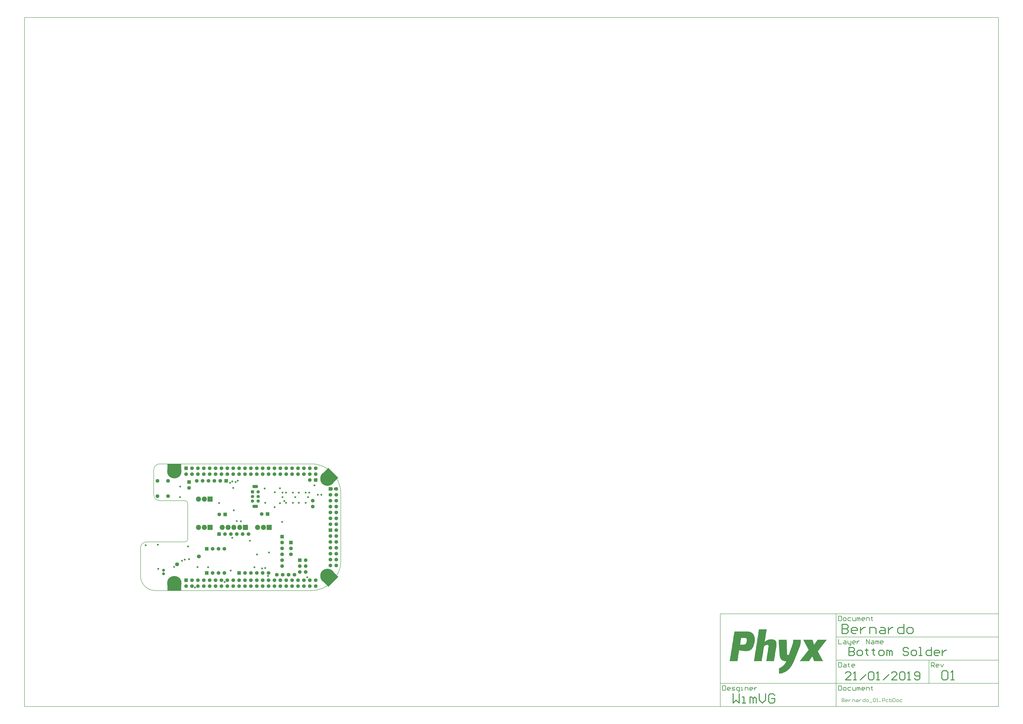
<source format=gbs>
G04*
G04 #@! TF.GenerationSoftware,Altium Limited,Altium Designer,18.1.9 (240)*
G04*
G04 Layer_Color=16711935*
%FSLAX25Y25*%
%MOIN*%
G70*
G01*
G75*
%ADD11C,0.00984*%
%ADD12C,0.00787*%
%ADD13C,0.00591*%
%ADD15C,0.01575*%
G04:AMPARAMS|DCode=27|XSize=236.22mil|YSize=141.42mil|CornerRadius=0mil|HoleSize=0mil|Usage=FLASHONLY|Rotation=315.000|XOffset=0mil|YOffset=0mil|HoleType=Round|Shape=Rectangle|*
%AMROTATEDRECTD27*
4,1,4,-0.13352,0.03352,-0.03352,0.13352,0.13352,-0.03352,0.03352,-0.13352,-0.13352,0.03352,0.0*
%
%ADD27ROTATEDRECTD27*%

G04:AMPARAMS|DCode=28|XSize=236.22mil|YSize=141.42mil|CornerRadius=0mil|HoleSize=0mil|Usage=FLASHONLY|Rotation=225.000|XOffset=0mil|YOffset=0mil|HoleType=Round|Shape=Rectangle|*
%AMROTATEDRECTD28*
4,1,4,0.03352,0.13352,0.13352,0.03352,-0.03352,-0.13352,-0.13352,-0.03352,0.03352,0.13352,0.0*
%
%ADD28ROTATEDRECTD28*%

%ADD29R,0.23622X0.12500*%
%ADD32R,0.04724X0.04331*%
%ADD40C,0.06394*%
%ADD41C,0.08661*%
%ADD42R,0.08661X0.08661*%
%ADD43R,0.06299X0.06299*%
%ADD44C,0.06299*%
%ADD45R,0.06299X0.06299*%
%ADD46O,0.08268X0.08661*%
%ADD47C,0.06693*%
%ADD48C,0.05118*%
%ADD49C,0.24410*%
G04:AMPARAMS|DCode=50|XSize=90.55mil|YSize=51.18mil|CornerRadius=13.78mil|HoleSize=0mil|Usage=FLASHONLY|Rotation=0.000|XOffset=0mil|YOffset=0mil|HoleType=Round|Shape=RoundedRectangle|*
%AMROUNDEDRECTD50*
21,1,0.09055,0.02362,0,0,0.0*
21,1,0.06299,0.05118,0,0,0.0*
1,1,0.02756,0.03150,-0.01181*
1,1,0.02756,-0.03150,-0.01181*
1,1,0.02756,-0.03150,0.01181*
1,1,0.02756,0.03150,0.01181*
%
%ADD50ROUNDEDRECTD50*%
%ADD51C,0.05512*%
G04:AMPARAMS|DCode=52|XSize=55.12mil|YSize=55.12mil|CornerRadius=14.76mil|HoleSize=0mil|Usage=FLASHONLY|Rotation=270.000|XOffset=0mil|YOffset=0mil|HoleType=Round|Shape=RoundedRectangle|*
%AMROUNDEDRECTD52*
21,1,0.05512,0.02559,0,0,270.0*
21,1,0.02559,0.05512,0,0,270.0*
1,1,0.02953,-0.01280,-0.01280*
1,1,0.02953,-0.01280,0.01280*
1,1,0.02953,0.01280,0.01280*
1,1,0.02953,0.01280,-0.01280*
%
%ADD52ROUNDEDRECTD52*%
%ADD67C,0.03150*%
G36*
X1032036Y-69688D02*
X1033754D01*
Y-69974D01*
X1034613D01*
Y-70260D01*
X1035472D01*
Y-70547D01*
X1036331D01*
Y-70833D01*
X1036904D01*
Y-71119D01*
X1037190D01*
Y-71406D01*
X1037763D01*
Y-71692D01*
X1038049D01*
Y-71978D01*
X1038622D01*
Y-72264D01*
X1038908D01*
Y-72551D01*
X1039194D01*
Y-72837D01*
X1039480D01*
Y-73123D01*
X1039767D01*
Y-73410D01*
X1040053D01*
Y-73696D01*
X1040339D01*
Y-73982D01*
Y-74269D01*
X1040626D01*
Y-74555D01*
X1040912D01*
Y-74841D01*
Y-75128D01*
X1041198D01*
Y-75414D01*
X1041485D01*
Y-75700D01*
Y-75987D01*
X1041771D01*
Y-76273D01*
Y-76559D01*
Y-76846D01*
X1042057D01*
Y-77132D01*
Y-77418D01*
Y-77704D01*
X1042344D01*
Y-77991D01*
Y-78277D01*
Y-78563D01*
Y-78850D01*
X1042630D01*
Y-79136D01*
Y-79422D01*
Y-79709D01*
Y-79995D01*
Y-80281D01*
X1042916D01*
Y-80568D01*
Y-80854D01*
Y-81140D01*
Y-81427D01*
Y-81713D01*
Y-81999D01*
Y-82285D01*
Y-82572D01*
Y-82858D01*
Y-83144D01*
Y-83431D01*
Y-83717D01*
Y-84003D01*
Y-84290D01*
Y-84576D01*
Y-84862D01*
Y-85149D01*
Y-85435D01*
Y-85721D01*
Y-86007D01*
X1042630D01*
Y-86294D01*
Y-86580D01*
Y-86866D01*
Y-87153D01*
Y-87439D01*
Y-87725D01*
Y-88012D01*
X1042344D01*
Y-88298D01*
Y-88584D01*
Y-88871D01*
Y-89157D01*
Y-89443D01*
X1042057D01*
Y-89730D01*
Y-90016D01*
Y-90302D01*
Y-90588D01*
Y-90875D01*
X1041771D01*
Y-91161D01*
Y-91448D01*
Y-91734D01*
X1041485D01*
Y-92020D01*
Y-92306D01*
Y-92593D01*
Y-92879D01*
X1041198D01*
Y-93165D01*
Y-93452D01*
Y-93738D01*
X1040912D01*
Y-94024D01*
Y-94311D01*
X1040626D01*
Y-94597D01*
Y-94883D01*
Y-95170D01*
X1040339D01*
Y-95456D01*
Y-95742D01*
X1040053D01*
Y-96029D01*
Y-96315D01*
X1039767D01*
Y-96601D01*
Y-96887D01*
X1039480D01*
Y-97174D01*
X1039194D01*
Y-97460D01*
Y-97746D01*
X1038908D01*
Y-98033D01*
X1038622D01*
Y-98319D01*
X1038335D01*
Y-98605D01*
Y-98892D01*
X1038049D01*
Y-99178D01*
X1037763D01*
Y-99464D01*
X1037476D01*
Y-99751D01*
X1037190D01*
Y-100037D01*
X1036904D01*
Y-100323D01*
X1036331D01*
Y-100610D01*
X1036045D01*
Y-100896D01*
X1035472D01*
Y-101182D01*
X1035186D01*
Y-101468D01*
X1034613D01*
Y-101755D01*
X1033754D01*
Y-102041D01*
X1032895D01*
Y-102327D01*
X1032036D01*
Y-102614D01*
X1030318D01*
Y-102900D01*
X1025165D01*
Y-102614D01*
X1022588D01*
Y-102327D01*
X1020584D01*
Y-102041D01*
X1019152D01*
Y-101755D01*
X1017721D01*
Y-101468D01*
X1016289D01*
Y-101755D01*
Y-102041D01*
Y-102327D01*
Y-102614D01*
Y-102900D01*
Y-103186D01*
Y-103473D01*
X1016003D01*
Y-103759D01*
Y-104045D01*
Y-104332D01*
Y-104618D01*
Y-104904D01*
Y-105191D01*
X1015716D01*
Y-105477D01*
Y-105763D01*
Y-106049D01*
Y-106336D01*
Y-106622D01*
Y-106908D01*
X1015430D01*
Y-107195D01*
Y-107481D01*
Y-107767D01*
Y-108054D01*
Y-108340D01*
Y-108626D01*
Y-108913D01*
X1015144D01*
Y-109199D01*
Y-109485D01*
Y-109772D01*
Y-110058D01*
Y-110344D01*
Y-110630D01*
X1014857D01*
Y-110917D01*
Y-111203D01*
Y-111489D01*
Y-111776D01*
Y-112062D01*
Y-112348D01*
X1014571D01*
Y-112635D01*
Y-112921D01*
Y-113207D01*
Y-113494D01*
Y-113780D01*
Y-114066D01*
Y-114353D01*
X1014285D01*
Y-114639D01*
Y-114925D01*
Y-115211D01*
Y-115498D01*
Y-115784D01*
Y-116070D01*
X1013999D01*
Y-116357D01*
Y-116643D01*
Y-116929D01*
Y-117216D01*
Y-117502D01*
Y-117788D01*
X1013712D01*
Y-118075D01*
Y-118361D01*
Y-118647D01*
Y-118933D01*
Y-119220D01*
Y-119506D01*
Y-119792D01*
X1000256D01*
Y-119506D01*
X1000542D01*
Y-119220D01*
Y-118933D01*
Y-118647D01*
Y-118361D01*
Y-118075D01*
X1000828D01*
Y-117788D01*
Y-117502D01*
Y-117216D01*
Y-116929D01*
Y-116643D01*
Y-116357D01*
Y-116070D01*
X1001114D01*
Y-115784D01*
Y-115498D01*
Y-115211D01*
Y-114925D01*
Y-114639D01*
Y-114353D01*
X1001401D01*
Y-114066D01*
Y-113780D01*
Y-113494D01*
Y-113207D01*
Y-112921D01*
Y-112635D01*
X1001687D01*
Y-112348D01*
Y-112062D01*
Y-111776D01*
Y-111489D01*
Y-111203D01*
Y-110917D01*
Y-110630D01*
X1001974D01*
Y-110344D01*
Y-110058D01*
Y-109772D01*
Y-109485D01*
Y-109199D01*
Y-108913D01*
X1002260D01*
Y-108626D01*
Y-108340D01*
Y-108054D01*
Y-107767D01*
Y-107481D01*
Y-107195D01*
X1002546D01*
Y-106908D01*
Y-106622D01*
Y-106336D01*
Y-106049D01*
Y-105763D01*
Y-105477D01*
X1002832D01*
Y-105191D01*
Y-104904D01*
Y-104618D01*
Y-104332D01*
Y-104045D01*
Y-103759D01*
Y-103473D01*
X1003119D01*
Y-103186D01*
Y-102900D01*
Y-102614D01*
Y-102327D01*
Y-102041D01*
Y-101755D01*
X1003405D01*
Y-101468D01*
Y-101182D01*
Y-100896D01*
Y-100610D01*
Y-100323D01*
Y-100037D01*
X1003691D01*
Y-99751D01*
Y-99464D01*
Y-99178D01*
Y-98892D01*
Y-98605D01*
Y-98319D01*
X1003978D01*
Y-98033D01*
Y-97746D01*
Y-97460D01*
Y-97174D01*
Y-96887D01*
Y-96601D01*
Y-96315D01*
X1004264D01*
Y-96029D01*
Y-95742D01*
Y-95456D01*
Y-95170D01*
Y-94883D01*
Y-94597D01*
X1004550D01*
Y-94311D01*
Y-94024D01*
Y-93738D01*
Y-93452D01*
Y-93165D01*
Y-92879D01*
X1004837D01*
Y-92593D01*
Y-92306D01*
Y-92020D01*
Y-91734D01*
Y-91448D01*
Y-91161D01*
Y-90875D01*
X1005123D01*
Y-90588D01*
Y-90302D01*
Y-90016D01*
Y-89730D01*
Y-89443D01*
Y-89157D01*
X1005409D01*
Y-88871D01*
Y-88584D01*
Y-88298D01*
Y-88012D01*
Y-87725D01*
Y-87439D01*
X1005696D01*
Y-87153D01*
Y-86866D01*
Y-86580D01*
Y-86294D01*
Y-86007D01*
Y-85721D01*
X1005982D01*
Y-85435D01*
Y-85149D01*
Y-84862D01*
Y-84576D01*
Y-84290D01*
Y-84003D01*
Y-83717D01*
X1006268D01*
Y-83431D01*
Y-83144D01*
Y-82858D01*
Y-82572D01*
Y-82285D01*
Y-81999D01*
X1006555D01*
Y-81713D01*
Y-81427D01*
Y-81140D01*
Y-80854D01*
Y-80568D01*
Y-80281D01*
X1006841D01*
Y-79995D01*
Y-79709D01*
Y-79422D01*
Y-79136D01*
Y-78850D01*
Y-78563D01*
Y-78277D01*
X1007127D01*
Y-77991D01*
Y-77704D01*
Y-77418D01*
Y-77132D01*
Y-76846D01*
Y-76559D01*
X1007413D01*
Y-76273D01*
Y-75987D01*
Y-75700D01*
Y-75414D01*
Y-75128D01*
Y-74841D01*
X1007700D01*
Y-74555D01*
Y-74269D01*
Y-73982D01*
Y-73696D01*
Y-73410D01*
Y-73123D01*
Y-72837D01*
X1007986D01*
Y-72551D01*
Y-72264D01*
Y-71978D01*
Y-71692D01*
Y-71406D01*
Y-71119D01*
X1008272D01*
Y-70833D01*
Y-70547D01*
Y-70260D01*
Y-69974D01*
Y-69688D01*
Y-69401D01*
X1032036D01*
Y-69688D01*
D02*
G37*
G36*
X1063244Y-66252D02*
Y-66538D01*
X1062958D01*
Y-66825D01*
Y-67111D01*
Y-67397D01*
Y-67684D01*
Y-67970D01*
Y-68256D01*
X1062672D01*
Y-68542D01*
Y-68829D01*
Y-69115D01*
Y-69401D01*
Y-69688D01*
Y-69974D01*
X1062385D01*
Y-70260D01*
Y-70547D01*
Y-70833D01*
Y-71119D01*
Y-71406D01*
Y-71692D01*
Y-71978D01*
X1062099D01*
Y-72264D01*
Y-72551D01*
Y-72837D01*
Y-73123D01*
Y-73410D01*
Y-73696D01*
X1061813D01*
Y-73982D01*
Y-74269D01*
Y-74555D01*
Y-74841D01*
Y-75128D01*
Y-75414D01*
X1061526D01*
Y-75700D01*
Y-75987D01*
Y-76273D01*
Y-76559D01*
Y-76846D01*
Y-77132D01*
Y-77418D01*
X1061240D01*
Y-77704D01*
Y-77991D01*
Y-78277D01*
Y-78563D01*
Y-78850D01*
Y-79136D01*
X1060954D01*
Y-79422D01*
Y-79709D01*
Y-79995D01*
Y-80281D01*
Y-80568D01*
Y-80854D01*
X1060668D01*
Y-81140D01*
Y-81427D01*
Y-81713D01*
Y-81999D01*
Y-82285D01*
Y-82572D01*
X1060381D01*
Y-82858D01*
Y-83144D01*
Y-83431D01*
Y-83717D01*
Y-84003D01*
Y-84290D01*
Y-84576D01*
X1060095D01*
Y-84862D01*
Y-85149D01*
Y-85435D01*
Y-85721D01*
Y-86007D01*
Y-86294D01*
X1059809D01*
Y-86580D01*
Y-86866D01*
X1060381D01*
Y-86580D01*
X1060668D01*
Y-86294D01*
X1060954D01*
Y-86007D01*
X1061526D01*
Y-85721D01*
X1061813D01*
Y-85435D01*
X1062099D01*
Y-85149D01*
X1062672D01*
Y-84862D01*
X1063244D01*
Y-84576D01*
X1063531D01*
Y-84290D01*
X1064103D01*
Y-84003D01*
X1064962D01*
Y-83717D01*
X1065535D01*
Y-83431D01*
X1066394D01*
Y-83144D01*
X1067825D01*
Y-82858D01*
X1074124D01*
Y-83144D01*
X1075270D01*
Y-83431D01*
X1076128D01*
Y-83717D01*
X1076701D01*
Y-84003D01*
X1076987D01*
Y-84290D01*
X1077560D01*
Y-84576D01*
X1077846D01*
Y-84862D01*
X1078133D01*
Y-85149D01*
X1078419D01*
Y-85435D01*
X1078705D01*
Y-85721D01*
Y-86007D01*
X1078992D01*
Y-86294D01*
Y-86580D01*
X1079278D01*
Y-86866D01*
Y-87153D01*
Y-87439D01*
X1079564D01*
Y-87725D01*
Y-88012D01*
Y-88298D01*
Y-88584D01*
X1079850D01*
Y-88871D01*
Y-89157D01*
Y-89443D01*
Y-89730D01*
Y-90016D01*
Y-90302D01*
Y-90588D01*
Y-90875D01*
Y-91161D01*
Y-91448D01*
Y-91734D01*
Y-92020D01*
Y-92306D01*
Y-92593D01*
Y-92879D01*
Y-93165D01*
Y-93452D01*
Y-93738D01*
X1079564D01*
Y-94024D01*
Y-94311D01*
Y-94597D01*
Y-94883D01*
Y-95170D01*
Y-95456D01*
Y-95742D01*
X1079278D01*
Y-96029D01*
Y-96315D01*
Y-96601D01*
Y-96887D01*
Y-97174D01*
Y-97460D01*
Y-97746D01*
X1078992D01*
Y-98033D01*
Y-98319D01*
Y-98605D01*
Y-98892D01*
Y-99178D01*
Y-99464D01*
X1078705D01*
Y-99751D01*
Y-100037D01*
Y-100323D01*
Y-100610D01*
Y-100896D01*
Y-101182D01*
X1078419D01*
Y-101468D01*
Y-101755D01*
Y-102041D01*
Y-102327D01*
Y-102614D01*
Y-102900D01*
X1078133D01*
Y-103186D01*
Y-103473D01*
Y-103759D01*
Y-104045D01*
Y-104332D01*
Y-104618D01*
Y-104904D01*
X1077846D01*
Y-105191D01*
Y-105477D01*
Y-105763D01*
Y-106049D01*
Y-106336D01*
Y-106622D01*
X1077560D01*
Y-106908D01*
Y-107195D01*
Y-107481D01*
Y-107767D01*
Y-108054D01*
Y-108340D01*
X1077274D01*
Y-108626D01*
Y-108913D01*
Y-109199D01*
Y-109485D01*
Y-109772D01*
Y-110058D01*
Y-110344D01*
X1076987D01*
Y-110630D01*
Y-110917D01*
Y-111203D01*
Y-111489D01*
Y-111776D01*
Y-112062D01*
X1076701D01*
Y-112348D01*
Y-112635D01*
Y-112921D01*
Y-113207D01*
Y-113494D01*
Y-113780D01*
X1076415D01*
Y-114066D01*
Y-114353D01*
Y-114639D01*
Y-114925D01*
Y-115211D01*
Y-115498D01*
X1076128D01*
Y-115784D01*
Y-116070D01*
Y-116357D01*
Y-116643D01*
Y-116929D01*
Y-117216D01*
Y-117502D01*
X1075842D01*
Y-117788D01*
Y-118075D01*
Y-118361D01*
Y-118647D01*
Y-118933D01*
Y-119220D01*
X1075556D01*
Y-119506D01*
Y-119792D01*
X1062385D01*
Y-119506D01*
Y-119220D01*
X1062672D01*
Y-118933D01*
Y-118647D01*
Y-118361D01*
Y-118075D01*
Y-117788D01*
Y-117502D01*
X1062958D01*
Y-117216D01*
Y-116929D01*
Y-116643D01*
Y-116357D01*
Y-116070D01*
Y-115784D01*
Y-115498D01*
X1063244D01*
Y-115211D01*
Y-114925D01*
Y-114639D01*
Y-114353D01*
Y-114066D01*
Y-113780D01*
X1063531D01*
Y-113494D01*
Y-113207D01*
Y-112921D01*
Y-112635D01*
Y-112348D01*
Y-112062D01*
X1063817D01*
Y-111776D01*
Y-111489D01*
Y-111203D01*
Y-110917D01*
Y-110630D01*
Y-110344D01*
Y-110058D01*
X1064103D01*
Y-109772D01*
Y-109485D01*
Y-109199D01*
Y-108913D01*
Y-108626D01*
Y-108340D01*
X1064390D01*
Y-108054D01*
Y-107767D01*
Y-107481D01*
Y-107195D01*
Y-106908D01*
Y-106622D01*
Y-106336D01*
X1064676D01*
Y-106049D01*
Y-105763D01*
Y-105477D01*
Y-105191D01*
Y-104904D01*
Y-104618D01*
X1064962D01*
Y-104332D01*
Y-104045D01*
Y-103759D01*
Y-103473D01*
Y-103186D01*
Y-102900D01*
X1065249D01*
Y-102614D01*
Y-102327D01*
Y-102041D01*
Y-101755D01*
Y-101468D01*
Y-101182D01*
X1065535D01*
Y-100896D01*
Y-100610D01*
Y-100323D01*
Y-100037D01*
Y-99751D01*
Y-99464D01*
Y-99178D01*
X1065821D01*
Y-98892D01*
Y-98605D01*
Y-98319D01*
Y-98033D01*
Y-97746D01*
Y-97460D01*
X1066107D01*
Y-97174D01*
Y-96887D01*
Y-96601D01*
Y-96315D01*
Y-96029D01*
Y-95742D01*
Y-95456D01*
X1066394D01*
Y-95170D01*
Y-94883D01*
Y-94597D01*
Y-94311D01*
Y-94024D01*
Y-93738D01*
X1066107D01*
Y-93452D01*
Y-93165D01*
X1065821D01*
Y-92879D01*
X1065535D01*
Y-92593D01*
X1064962D01*
Y-92306D01*
X1063244D01*
Y-92593D01*
X1061813D01*
Y-92879D01*
X1060954D01*
Y-93165D01*
X1060381D01*
Y-93452D01*
X1060095D01*
Y-93738D01*
X1059522D01*
Y-94024D01*
X1059236D01*
Y-94311D01*
X1058950D01*
Y-94597D01*
Y-94883D01*
X1058663D01*
Y-95170D01*
Y-95456D01*
Y-95742D01*
X1058377D01*
Y-96029D01*
Y-96315D01*
Y-96601D01*
Y-96887D01*
Y-97174D01*
Y-97460D01*
X1058091D01*
Y-97746D01*
Y-98033D01*
Y-98319D01*
Y-98605D01*
Y-98892D01*
Y-99178D01*
Y-99464D01*
X1057804D01*
Y-99751D01*
Y-100037D01*
Y-100323D01*
Y-100610D01*
Y-100896D01*
Y-101182D01*
X1057518D01*
Y-101468D01*
Y-101755D01*
Y-102041D01*
Y-102327D01*
Y-102614D01*
Y-102900D01*
X1057232D01*
Y-103186D01*
Y-103473D01*
Y-103759D01*
Y-104045D01*
Y-104332D01*
Y-104618D01*
X1056946D01*
Y-104904D01*
Y-105191D01*
Y-105477D01*
Y-105763D01*
Y-106049D01*
Y-106336D01*
Y-106622D01*
X1056659D01*
Y-106908D01*
Y-107195D01*
Y-107481D01*
Y-107767D01*
Y-108054D01*
Y-108340D01*
X1056373D01*
Y-108626D01*
Y-108913D01*
Y-109199D01*
Y-109485D01*
Y-109772D01*
Y-110058D01*
X1056087D01*
Y-110344D01*
Y-110630D01*
Y-110917D01*
Y-111203D01*
Y-111489D01*
Y-111776D01*
Y-112062D01*
X1055800D01*
Y-112348D01*
Y-112635D01*
Y-112921D01*
Y-113207D01*
Y-113494D01*
Y-113780D01*
X1055514D01*
Y-114066D01*
Y-114353D01*
Y-114639D01*
Y-114925D01*
Y-115211D01*
Y-115498D01*
X1055228D01*
Y-115784D01*
Y-116070D01*
Y-116357D01*
Y-116643D01*
Y-116929D01*
Y-117216D01*
X1054941D01*
Y-117502D01*
Y-117788D01*
Y-118075D01*
Y-118361D01*
Y-118647D01*
Y-118933D01*
Y-119220D01*
X1054655D01*
Y-119506D01*
Y-119792D01*
X1041485D01*
Y-119506D01*
Y-119220D01*
X1041771D01*
Y-118933D01*
Y-118647D01*
Y-118361D01*
Y-118075D01*
Y-117788D01*
Y-117502D01*
Y-117216D01*
X1042057D01*
Y-116929D01*
Y-116643D01*
Y-116357D01*
Y-116070D01*
Y-115784D01*
Y-115498D01*
X1042344D01*
Y-115211D01*
Y-114925D01*
Y-114639D01*
Y-114353D01*
Y-114066D01*
Y-113780D01*
X1042630D01*
Y-113494D01*
Y-113207D01*
Y-112921D01*
Y-112635D01*
Y-112348D01*
Y-112062D01*
Y-111776D01*
X1042916D01*
Y-111489D01*
Y-111203D01*
Y-110917D01*
Y-110630D01*
Y-110344D01*
Y-110058D01*
X1043202D01*
Y-109772D01*
Y-109485D01*
Y-109199D01*
Y-108913D01*
Y-108626D01*
Y-108340D01*
X1043489D01*
Y-108054D01*
Y-107767D01*
Y-107481D01*
Y-107195D01*
Y-106908D01*
Y-106622D01*
X1043775D01*
Y-106336D01*
Y-106049D01*
Y-105763D01*
Y-105477D01*
Y-105191D01*
Y-104904D01*
Y-104618D01*
X1044061D01*
Y-104332D01*
Y-104045D01*
Y-103759D01*
Y-103473D01*
Y-103186D01*
Y-102900D01*
X1044348D01*
Y-102614D01*
Y-102327D01*
Y-102041D01*
Y-101755D01*
Y-101468D01*
Y-101182D01*
X1044634D01*
Y-100896D01*
Y-100610D01*
Y-100323D01*
Y-100037D01*
Y-99751D01*
Y-99464D01*
Y-99178D01*
X1044920D01*
Y-98892D01*
Y-98605D01*
Y-98319D01*
Y-98033D01*
Y-97746D01*
Y-97460D01*
X1045207D01*
Y-97174D01*
Y-96887D01*
Y-96601D01*
Y-96315D01*
Y-96029D01*
Y-95742D01*
X1045493D01*
Y-95456D01*
Y-95170D01*
Y-94883D01*
Y-94597D01*
Y-94311D01*
Y-94024D01*
X1045779D01*
Y-93738D01*
Y-93452D01*
Y-93165D01*
Y-92879D01*
Y-92593D01*
Y-92306D01*
Y-92020D01*
X1046066D01*
Y-91734D01*
Y-91448D01*
Y-91161D01*
Y-90875D01*
Y-90588D01*
Y-90302D01*
X1046352D01*
Y-90016D01*
Y-89730D01*
Y-89443D01*
Y-89157D01*
Y-88871D01*
Y-88584D01*
X1046638D01*
Y-88298D01*
Y-88012D01*
Y-87725D01*
Y-87439D01*
Y-87153D01*
Y-86866D01*
X1046925D01*
Y-86580D01*
Y-86294D01*
Y-86007D01*
Y-85721D01*
Y-85435D01*
Y-85149D01*
Y-84862D01*
X1047211D01*
Y-84576D01*
Y-84290D01*
Y-84003D01*
Y-83717D01*
Y-83431D01*
Y-83144D01*
X1047497D01*
Y-82858D01*
Y-82572D01*
Y-82285D01*
Y-81999D01*
Y-81713D01*
Y-81427D01*
X1047783D01*
Y-81140D01*
Y-80854D01*
Y-80568D01*
Y-80281D01*
Y-79995D01*
Y-79709D01*
Y-79422D01*
X1048070D01*
Y-79136D01*
Y-78850D01*
Y-78563D01*
Y-78277D01*
Y-77991D01*
Y-77704D01*
X1048356D01*
Y-77418D01*
Y-77132D01*
Y-76846D01*
Y-76559D01*
Y-76273D01*
Y-75987D01*
X1048642D01*
Y-75700D01*
Y-75414D01*
Y-75128D01*
Y-74841D01*
Y-74555D01*
Y-74269D01*
X1048929D01*
Y-73982D01*
Y-73696D01*
Y-73410D01*
Y-73123D01*
Y-72837D01*
Y-72551D01*
Y-72264D01*
X1049215D01*
Y-71978D01*
Y-71692D01*
Y-71406D01*
Y-71119D01*
Y-70833D01*
Y-70547D01*
X1049501D01*
Y-70260D01*
Y-69974D01*
Y-69688D01*
Y-69401D01*
Y-69115D01*
Y-68829D01*
X1049788D01*
Y-68542D01*
Y-68256D01*
Y-67970D01*
Y-67684D01*
Y-67397D01*
Y-67111D01*
Y-66825D01*
X1050074D01*
Y-66538D01*
Y-66252D01*
Y-65966D01*
X1063244D01*
Y-66252D01*
D02*
G37*
G36*
X1165172Y-83717D02*
X1164886D01*
Y-84003D01*
X1164599D01*
Y-84290D01*
Y-84576D01*
X1164313D01*
Y-84862D01*
X1164027D01*
Y-85149D01*
X1163740D01*
Y-85435D01*
Y-85721D01*
X1163454D01*
Y-86007D01*
X1163168D01*
Y-86294D01*
X1162881D01*
Y-86580D01*
X1162595D01*
Y-86866D01*
Y-87153D01*
X1162309D01*
Y-87439D01*
X1162022D01*
Y-87725D01*
X1161736D01*
Y-88012D01*
Y-88298D01*
X1161450D01*
Y-88584D01*
X1161163D01*
Y-88871D01*
X1160877D01*
Y-89157D01*
X1160591D01*
Y-89443D01*
Y-89730D01*
X1160305D01*
Y-90016D01*
X1160018D01*
Y-90302D01*
X1159732D01*
Y-90588D01*
Y-90875D01*
X1159445D01*
Y-91161D01*
X1159159D01*
Y-91448D01*
X1158873D01*
Y-91734D01*
Y-92020D01*
X1158587D01*
Y-92306D01*
X1158300D01*
Y-92593D01*
X1158014D01*
Y-92879D01*
X1157728D01*
Y-93165D01*
Y-93452D01*
X1157441D01*
Y-93738D01*
X1157155D01*
Y-94024D01*
X1156869D01*
Y-94311D01*
Y-94597D01*
X1156582D01*
Y-94883D01*
X1156296D01*
Y-95170D01*
X1156010D01*
Y-95456D01*
Y-95742D01*
X1155723D01*
Y-96029D01*
X1155437D01*
Y-96315D01*
X1155151D01*
Y-96601D01*
X1154865D01*
Y-96887D01*
Y-97174D01*
X1154578D01*
Y-97460D01*
X1154292D01*
Y-97746D01*
X1154006D01*
Y-98033D01*
Y-98319D01*
X1153719D01*
Y-98605D01*
X1153433D01*
Y-98892D01*
X1153147D01*
Y-99178D01*
Y-99464D01*
X1152860D01*
Y-99751D01*
X1152574D01*
Y-100037D01*
X1152288D01*
Y-100323D01*
X1152001D01*
Y-100610D01*
Y-100896D01*
X1151715D01*
Y-101182D01*
X1151429D01*
Y-101468D01*
X1151142D01*
Y-101755D01*
Y-102041D01*
X1150856D01*
Y-102327D01*
X1150570D01*
Y-102614D01*
X1150284D01*
Y-102900D01*
X1149997D01*
Y-103186D01*
Y-103473D01*
X1150284D01*
Y-103759D01*
Y-104045D01*
X1150570D01*
Y-104332D01*
Y-104618D01*
X1150856D01*
Y-104904D01*
X1151142D01*
Y-105191D01*
Y-105477D01*
X1151429D01*
Y-105763D01*
Y-106049D01*
X1151715D01*
Y-106336D01*
Y-106622D01*
X1152001D01*
Y-106908D01*
Y-107195D01*
X1152288D01*
Y-107481D01*
Y-107767D01*
X1152574D01*
Y-108054D01*
Y-108340D01*
X1152860D01*
Y-108626D01*
Y-108913D01*
X1153147D01*
Y-109199D01*
Y-109485D01*
X1153433D01*
Y-109772D01*
X1153719D01*
Y-110058D01*
Y-110344D01*
X1154006D01*
Y-110630D01*
Y-110917D01*
X1154292D01*
Y-111203D01*
Y-111489D01*
X1154578D01*
Y-111776D01*
Y-112062D01*
X1154865D01*
Y-112348D01*
Y-112635D01*
X1155151D01*
Y-112921D01*
Y-113207D01*
X1155437D01*
Y-113494D01*
Y-113780D01*
X1155723D01*
Y-114066D01*
X1156010D01*
Y-114353D01*
Y-114639D01*
X1156296D01*
Y-114925D01*
Y-115211D01*
X1156582D01*
Y-115498D01*
Y-115784D01*
X1156869D01*
Y-116070D01*
Y-116357D01*
X1157155D01*
Y-116643D01*
Y-116929D01*
X1157441D01*
Y-117216D01*
Y-117502D01*
X1157728D01*
Y-117788D01*
Y-118075D01*
X1158014D01*
Y-118361D01*
X1158300D01*
Y-118647D01*
Y-118933D01*
X1158587D01*
Y-119220D01*
Y-119506D01*
X1158873D01*
Y-119792D01*
X1143698D01*
Y-119506D01*
X1143412D01*
Y-119220D01*
Y-118933D01*
Y-118647D01*
X1143126D01*
Y-118361D01*
Y-118075D01*
Y-117788D01*
X1142839D01*
Y-117502D01*
Y-117216D01*
X1142553D01*
Y-116929D01*
Y-116643D01*
Y-116357D01*
X1142267D01*
Y-116070D01*
Y-115784D01*
Y-115498D01*
X1141980D01*
Y-115211D01*
Y-114925D01*
X1141694D01*
Y-114639D01*
Y-114353D01*
Y-114066D01*
X1141408D01*
Y-113780D01*
Y-113494D01*
Y-113207D01*
X1141121D01*
Y-112921D01*
Y-112635D01*
Y-112348D01*
X1140835D01*
Y-112062D01*
X1140263D01*
Y-112348D01*
Y-112635D01*
X1139976D01*
Y-112921D01*
X1139690D01*
Y-113207D01*
Y-113494D01*
X1139404D01*
Y-113780D01*
X1139117D01*
Y-114066D01*
Y-114353D01*
X1138831D01*
Y-114639D01*
X1138545D01*
Y-114925D01*
Y-115211D01*
X1138258D01*
Y-115498D01*
X1137972D01*
Y-115784D01*
X1137686D01*
Y-116070D01*
Y-116357D01*
X1137399D01*
Y-116643D01*
X1137113D01*
Y-116929D01*
Y-117216D01*
X1136827D01*
Y-117502D01*
X1136541D01*
Y-117788D01*
Y-118075D01*
X1136254D01*
Y-118361D01*
X1135968D01*
Y-118647D01*
Y-118933D01*
X1135682D01*
Y-119220D01*
X1135395D01*
Y-119506D01*
Y-119792D01*
X1119362D01*
Y-119506D01*
X1119648D01*
Y-119220D01*
X1119934D01*
Y-118933D01*
X1120221D01*
Y-118647D01*
X1120507D01*
Y-118361D01*
Y-118075D01*
X1120793D01*
Y-117788D01*
X1121080D01*
Y-117502D01*
X1121366D01*
Y-117216D01*
X1121652D01*
Y-116929D01*
Y-116643D01*
X1121939D01*
Y-116357D01*
X1122225D01*
Y-116070D01*
X1122511D01*
Y-115784D01*
Y-115498D01*
X1122797D01*
Y-115211D01*
X1123084D01*
Y-114925D01*
X1123370D01*
Y-114639D01*
X1123656D01*
Y-114353D01*
Y-114066D01*
X1123943D01*
Y-113780D01*
X1124229D01*
Y-113494D01*
X1124515D01*
Y-113207D01*
X1124802D01*
Y-112921D01*
Y-112635D01*
X1125088D01*
Y-112348D01*
X1125374D01*
Y-112062D01*
X1125661D01*
Y-111776D01*
Y-111489D01*
X1125947D01*
Y-111203D01*
X1126233D01*
Y-110917D01*
X1126519D01*
Y-110630D01*
X1126806D01*
Y-110344D01*
Y-110058D01*
X1127092D01*
Y-109772D01*
X1127378D01*
Y-109485D01*
X1127665D01*
Y-109199D01*
Y-108913D01*
X1127951D01*
Y-108626D01*
X1128237D01*
Y-108340D01*
X1128524D01*
Y-108054D01*
X1128810D01*
Y-107767D01*
Y-107481D01*
X1129096D01*
Y-107195D01*
X1129383D01*
Y-106908D01*
X1129669D01*
Y-106622D01*
Y-106336D01*
X1129955D01*
Y-106049D01*
X1130242D01*
Y-105763D01*
X1130528D01*
Y-105477D01*
X1130814D01*
Y-105191D01*
Y-104904D01*
X1131100D01*
Y-104618D01*
X1131387D01*
Y-104332D01*
X1131673D01*
Y-104045D01*
X1131960D01*
Y-103759D01*
Y-103473D01*
X1132246D01*
Y-103186D01*
X1132532D01*
Y-102900D01*
X1132818D01*
Y-102614D01*
Y-102327D01*
X1133105D01*
Y-102041D01*
X1133391D01*
Y-101755D01*
X1133677D01*
Y-101468D01*
X1133964D01*
Y-101182D01*
Y-100896D01*
X1134250D01*
Y-100610D01*
Y-100323D01*
Y-100037D01*
X1133964D01*
Y-99751D01*
X1133677D01*
Y-99464D01*
Y-99178D01*
X1133391D01*
Y-98892D01*
Y-98605D01*
X1133105D01*
Y-98319D01*
Y-98033D01*
X1132818D01*
Y-97746D01*
Y-97460D01*
X1132532D01*
Y-97174D01*
Y-96887D01*
X1132246D01*
Y-96601D01*
Y-96315D01*
X1131960D01*
Y-96029D01*
X1131673D01*
Y-95742D01*
Y-95456D01*
X1131387D01*
Y-95170D01*
Y-94883D01*
X1131100D01*
Y-94597D01*
Y-94311D01*
X1130814D01*
Y-94024D01*
Y-93738D01*
X1130528D01*
Y-93452D01*
Y-93165D01*
X1130242D01*
Y-92879D01*
Y-92593D01*
X1129955D01*
Y-92306D01*
X1129669D01*
Y-92020D01*
Y-91734D01*
X1129383D01*
Y-91448D01*
Y-91161D01*
X1129096D01*
Y-90875D01*
Y-90588D01*
X1128810D01*
Y-90302D01*
Y-90016D01*
X1128524D01*
Y-89730D01*
Y-89443D01*
X1128237D01*
Y-89157D01*
Y-88871D01*
X1127951D01*
Y-88584D01*
Y-88298D01*
X1127665D01*
Y-88012D01*
X1127378D01*
Y-87725D01*
Y-87439D01*
X1127092D01*
Y-87153D01*
Y-86866D01*
X1126806D01*
Y-86580D01*
Y-86294D01*
X1126519D01*
Y-86007D01*
Y-85721D01*
X1126233D01*
Y-85435D01*
Y-85149D01*
X1125947D01*
Y-84862D01*
Y-84576D01*
X1125661D01*
Y-84290D01*
X1125374D01*
Y-84003D01*
Y-83717D01*
X1125088D01*
Y-83431D01*
X1140835D01*
Y-83717D01*
X1141121D01*
Y-84003D01*
Y-84290D01*
Y-84576D01*
X1141408D01*
Y-84862D01*
Y-85149D01*
Y-85435D01*
X1141694D01*
Y-85721D01*
Y-86007D01*
Y-86294D01*
X1141980D01*
Y-86580D01*
Y-86866D01*
Y-87153D01*
X1142267D01*
Y-87439D01*
Y-87725D01*
Y-88012D01*
X1142553D01*
Y-88298D01*
Y-88584D01*
Y-88871D01*
X1142839D01*
Y-89157D01*
Y-89443D01*
Y-89730D01*
X1143126D01*
Y-90016D01*
Y-90302D01*
Y-90588D01*
X1143412D01*
Y-90875D01*
Y-91161D01*
Y-91448D01*
Y-91734D01*
X1143985D01*
Y-91448D01*
X1144271D01*
Y-91161D01*
X1144557D01*
Y-90875D01*
Y-90588D01*
X1144844D01*
Y-90302D01*
X1145130D01*
Y-90016D01*
Y-89730D01*
X1145416D01*
Y-89443D01*
X1145702D01*
Y-89157D01*
Y-88871D01*
X1145989D01*
Y-88584D01*
X1146275D01*
Y-88298D01*
Y-88012D01*
X1146561D01*
Y-87725D01*
X1146848D01*
Y-87439D01*
Y-87153D01*
X1147134D01*
Y-86866D01*
X1147420D01*
Y-86580D01*
Y-86294D01*
X1147707D01*
Y-86007D01*
X1147993D01*
Y-85721D01*
Y-85435D01*
X1148279D01*
Y-85149D01*
X1148566D01*
Y-84862D01*
Y-84576D01*
X1148852D01*
Y-84290D01*
X1149138D01*
Y-84003D01*
Y-83717D01*
X1149425D01*
Y-83431D01*
X1165172D01*
Y-83717D01*
D02*
G37*
G36*
X1121080D02*
Y-84003D01*
Y-84290D01*
Y-84576D01*
Y-84862D01*
Y-85149D01*
Y-85435D01*
Y-85721D01*
Y-86007D01*
Y-86294D01*
Y-86580D01*
Y-86866D01*
Y-87153D01*
Y-87439D01*
Y-87725D01*
Y-88012D01*
Y-88298D01*
Y-88584D01*
Y-88871D01*
Y-89157D01*
Y-89443D01*
X1120793D01*
Y-89730D01*
Y-90016D01*
Y-90302D01*
Y-90588D01*
Y-90875D01*
X1120507D01*
Y-91161D01*
Y-91448D01*
Y-91734D01*
Y-92020D01*
X1120221D01*
Y-92306D01*
Y-92593D01*
Y-92879D01*
Y-93165D01*
X1119934D01*
Y-93452D01*
Y-93738D01*
Y-94024D01*
X1119648D01*
Y-94311D01*
Y-94597D01*
Y-94883D01*
X1119362D01*
Y-95170D01*
Y-95456D01*
Y-95742D01*
X1119075D01*
Y-96029D01*
Y-96315D01*
Y-96601D01*
X1118789D01*
Y-96887D01*
Y-97174D01*
X1118503D01*
Y-97460D01*
Y-97746D01*
X1118217D01*
Y-98033D01*
Y-98319D01*
Y-98605D01*
X1117930D01*
Y-98892D01*
Y-99178D01*
X1117644D01*
Y-99464D01*
Y-99751D01*
Y-100037D01*
X1117358D01*
Y-100323D01*
Y-100610D01*
X1117071D01*
Y-100896D01*
Y-101182D01*
Y-101468D01*
X1116785D01*
Y-101755D01*
Y-102041D01*
X1116499D01*
Y-102327D01*
Y-102614D01*
Y-102900D01*
X1116212D01*
Y-103186D01*
Y-103473D01*
X1115926D01*
Y-103759D01*
Y-104045D01*
Y-104332D01*
X1115640D01*
Y-104618D01*
Y-104904D01*
X1115353D01*
Y-105191D01*
Y-105477D01*
Y-105763D01*
X1115067D01*
Y-106049D01*
Y-106336D01*
X1114781D01*
Y-106622D01*
Y-106908D01*
Y-107195D01*
X1114494D01*
Y-107481D01*
Y-107767D01*
X1114208D01*
Y-108054D01*
Y-108340D01*
Y-108626D01*
X1113922D01*
Y-108913D01*
Y-109199D01*
X1113636D01*
Y-109485D01*
Y-109772D01*
Y-110058D01*
X1113349D01*
Y-110344D01*
Y-110630D01*
X1113063D01*
Y-110917D01*
Y-111203D01*
Y-111489D01*
X1112776D01*
Y-111776D01*
Y-112062D01*
X1112490D01*
Y-112348D01*
Y-112635D01*
Y-112921D01*
X1112204D01*
Y-113207D01*
Y-113494D01*
X1111918D01*
Y-113780D01*
Y-114066D01*
Y-114353D01*
X1111631D01*
Y-114639D01*
Y-114925D01*
X1111345D01*
Y-115211D01*
Y-115498D01*
Y-115784D01*
X1111059D01*
Y-116070D01*
Y-116357D01*
X1110772D01*
Y-116643D01*
Y-116929D01*
Y-117216D01*
X1110486D01*
Y-117502D01*
Y-117788D01*
X1110200D01*
Y-118075D01*
Y-118361D01*
Y-118647D01*
X1109913D01*
Y-118933D01*
Y-119220D01*
X1109627D01*
Y-119506D01*
Y-119792D01*
Y-120079D01*
X1109341D01*
Y-120365D01*
Y-120651D01*
X1109054D01*
Y-120938D01*
Y-121224D01*
X1108768D01*
Y-121510D01*
Y-121797D01*
X1108482D01*
Y-122083D01*
Y-122369D01*
Y-122656D01*
X1108195D01*
Y-122942D01*
X1107909D01*
Y-123228D01*
Y-123514D01*
Y-123801D01*
X1107623D01*
Y-124087D01*
X1107337D01*
Y-124373D01*
Y-124660D01*
X1107050D01*
Y-124946D01*
Y-125232D01*
X1106764D01*
Y-125519D01*
Y-125805D01*
X1106478D01*
Y-126091D01*
Y-126378D01*
X1106191D01*
Y-126664D01*
X1105905D01*
Y-126950D01*
Y-127237D01*
X1105619D01*
Y-127523D01*
Y-127809D01*
X1105332D01*
Y-128095D01*
X1105046D01*
Y-128382D01*
X1104760D01*
Y-128668D01*
Y-128954D01*
X1104473D01*
Y-129241D01*
X1104187D01*
Y-129527D01*
Y-129813D01*
X1103901D01*
Y-130100D01*
X1103615D01*
Y-130386D01*
X1103328D01*
Y-130672D01*
Y-130959D01*
X1103042D01*
Y-131245D01*
X1102756D01*
Y-131531D01*
X1102469D01*
Y-131818D01*
X1102183D01*
Y-132104D01*
X1101897D01*
Y-132390D01*
Y-132676D01*
X1101610D01*
Y-132963D01*
X1101324D01*
Y-133249D01*
X1101038D01*
Y-133535D01*
X1100751D01*
Y-133822D01*
X1100465D01*
Y-134108D01*
X1100179D01*
Y-134394D01*
X1099892D01*
Y-134681D01*
X1099320D01*
Y-134967D01*
X1099034D01*
Y-135253D01*
X1098747D01*
Y-135540D01*
X1098461D01*
Y-135826D01*
X1098175D01*
Y-136112D01*
X1097602D01*
Y-136399D01*
X1097316D01*
Y-136685D01*
X1096743D01*
Y-136971D01*
X1096457D01*
Y-137258D01*
X1095884D01*
Y-137544D01*
X1095598D01*
Y-137830D01*
X1095025D01*
Y-138117D01*
X1094452D01*
Y-138403D01*
X1093880D01*
Y-138689D01*
X1093307D01*
Y-138975D01*
X1092735D01*
Y-139262D01*
X1091876D01*
Y-139548D01*
X1091303D01*
Y-139834D01*
X1090444D01*
Y-140121D01*
X1089299D01*
Y-140407D01*
X1088154D01*
Y-140693D01*
X1086436D01*
Y-140980D01*
X1084432D01*
Y-141266D01*
X1084145D01*
Y-140980D01*
Y-140693D01*
Y-140407D01*
Y-140121D01*
Y-139834D01*
Y-139548D01*
Y-139262D01*
Y-138975D01*
Y-138689D01*
Y-138403D01*
Y-138117D01*
Y-137830D01*
Y-137544D01*
Y-137258D01*
Y-136971D01*
Y-136685D01*
Y-136399D01*
Y-136112D01*
Y-135826D01*
Y-135540D01*
Y-135253D01*
Y-134967D01*
Y-134681D01*
Y-134394D01*
Y-134108D01*
Y-133822D01*
Y-133535D01*
Y-133249D01*
Y-132963D01*
Y-132676D01*
Y-132390D01*
Y-132104D01*
Y-131818D01*
X1084718D01*
Y-131531D01*
X1085291D01*
Y-131245D01*
X1085863D01*
Y-130959D01*
X1086436D01*
Y-130672D01*
X1087008D01*
Y-130386D01*
X1087581D01*
Y-130100D01*
X1087867D01*
Y-129813D01*
X1088440D01*
Y-129527D01*
X1088726D01*
Y-129241D01*
X1089299D01*
Y-128954D01*
X1089585D01*
Y-128668D01*
X1089872D01*
Y-128382D01*
X1090444D01*
Y-128095D01*
X1090730D01*
Y-127809D01*
X1091017D01*
Y-127523D01*
X1091303D01*
Y-127237D01*
X1091589D01*
Y-126950D01*
X1091876D01*
Y-126664D01*
X1092162D01*
Y-126378D01*
X1092448D01*
Y-126091D01*
X1092735D01*
Y-125805D01*
X1093021D01*
Y-125519D01*
X1093307D01*
Y-125232D01*
X1093594D01*
Y-124946D01*
Y-124660D01*
X1093880D01*
Y-124373D01*
X1094166D01*
Y-124087D01*
X1094452D01*
Y-123801D01*
Y-123514D01*
X1094739D01*
Y-123228D01*
X1095025D01*
Y-122942D01*
Y-122656D01*
X1095311D01*
Y-122369D01*
Y-122083D01*
X1095598D01*
Y-121797D01*
X1095884D01*
Y-121510D01*
Y-121224D01*
X1096170D01*
Y-120938D01*
Y-120651D01*
X1096457D01*
Y-120365D01*
Y-120079D01*
X1094739D01*
Y-119792D01*
X1092735D01*
Y-119506D01*
X1091589D01*
Y-119220D01*
X1091017D01*
Y-118933D01*
X1090158D01*
Y-118647D01*
X1089585D01*
Y-118361D01*
X1089299D01*
Y-118075D01*
X1088726D01*
Y-117788D01*
X1088440D01*
Y-117502D01*
X1088154D01*
Y-117216D01*
X1087867D01*
Y-116929D01*
X1087581D01*
Y-116643D01*
X1087295D01*
Y-116357D01*
Y-116070D01*
X1087008D01*
Y-115784D01*
X1086722D01*
Y-115498D01*
Y-115211D01*
X1086436D01*
Y-114925D01*
Y-114639D01*
X1086149D01*
Y-114353D01*
Y-114066D01*
X1085863D01*
Y-113780D01*
Y-113494D01*
Y-113207D01*
X1085577D01*
Y-112921D01*
Y-112635D01*
Y-112348D01*
Y-112062D01*
X1085291D01*
Y-111776D01*
Y-111489D01*
Y-111203D01*
Y-110917D01*
Y-110630D01*
Y-110344D01*
Y-110058D01*
X1085004D01*
Y-109772D01*
Y-109485D01*
Y-109199D01*
Y-108913D01*
Y-108626D01*
Y-108340D01*
Y-108054D01*
Y-107767D01*
Y-107481D01*
Y-107195D01*
Y-106908D01*
Y-106622D01*
Y-106336D01*
Y-106049D01*
Y-105763D01*
X1084718D01*
Y-105477D01*
Y-105191D01*
Y-104904D01*
Y-104618D01*
Y-104332D01*
Y-104045D01*
Y-103759D01*
Y-103473D01*
Y-103186D01*
Y-102900D01*
Y-102614D01*
Y-102327D01*
Y-102041D01*
Y-101755D01*
Y-101468D01*
X1084432D01*
Y-101182D01*
Y-100896D01*
Y-100610D01*
Y-100323D01*
Y-100037D01*
Y-99751D01*
Y-99464D01*
Y-99178D01*
Y-98892D01*
Y-98605D01*
Y-98319D01*
Y-98033D01*
Y-97746D01*
Y-97460D01*
Y-97174D01*
Y-96887D01*
X1084145D01*
Y-96601D01*
Y-96315D01*
Y-96029D01*
Y-95742D01*
Y-95456D01*
Y-95170D01*
Y-94883D01*
Y-94597D01*
Y-94311D01*
Y-94024D01*
Y-93738D01*
Y-93452D01*
Y-93165D01*
Y-92879D01*
Y-92593D01*
Y-92306D01*
X1083859D01*
Y-92020D01*
Y-91734D01*
Y-91448D01*
Y-91161D01*
Y-90875D01*
Y-90588D01*
Y-90302D01*
Y-90016D01*
Y-89730D01*
Y-89443D01*
Y-89157D01*
Y-88871D01*
Y-88584D01*
Y-88298D01*
X1083573D01*
Y-88012D01*
Y-87725D01*
Y-87439D01*
Y-87153D01*
Y-86866D01*
Y-86580D01*
Y-86294D01*
Y-86007D01*
Y-85721D01*
Y-85435D01*
Y-85149D01*
Y-84862D01*
Y-84576D01*
Y-84290D01*
Y-84003D01*
Y-83717D01*
X1083286D01*
Y-83431D01*
X1097029D01*
Y-83717D01*
Y-84003D01*
Y-84290D01*
Y-84576D01*
Y-84862D01*
Y-85149D01*
Y-85435D01*
Y-85721D01*
Y-86007D01*
Y-86294D01*
Y-86580D01*
Y-86866D01*
Y-87153D01*
Y-87439D01*
X1097316D01*
Y-87725D01*
Y-88012D01*
Y-88298D01*
Y-88584D01*
Y-88871D01*
Y-89157D01*
Y-89443D01*
Y-89730D01*
Y-90016D01*
Y-90302D01*
Y-90588D01*
Y-90875D01*
Y-91161D01*
Y-91448D01*
Y-91734D01*
Y-92020D01*
Y-92306D01*
Y-92593D01*
Y-92879D01*
Y-93165D01*
Y-93452D01*
Y-93738D01*
Y-94024D01*
Y-94311D01*
Y-94597D01*
Y-94883D01*
Y-95170D01*
Y-95456D01*
Y-95742D01*
Y-96029D01*
Y-96315D01*
Y-96601D01*
Y-96887D01*
Y-97174D01*
Y-97460D01*
Y-97746D01*
Y-98033D01*
Y-98319D01*
Y-98605D01*
Y-98892D01*
Y-99178D01*
X1097602D01*
Y-99464D01*
X1097316D01*
Y-99751D01*
Y-100037D01*
X1097602D01*
Y-100323D01*
Y-100610D01*
Y-100896D01*
Y-101182D01*
Y-101468D01*
Y-101755D01*
Y-102041D01*
Y-102327D01*
Y-102614D01*
Y-102900D01*
Y-103186D01*
Y-103473D01*
Y-103759D01*
Y-104045D01*
Y-104332D01*
Y-104618D01*
Y-104904D01*
Y-105191D01*
Y-105477D01*
Y-105763D01*
Y-106049D01*
Y-106336D01*
Y-106622D01*
Y-106908D01*
Y-107195D01*
Y-107481D01*
X1097888D01*
Y-107767D01*
Y-108054D01*
Y-108340D01*
X1098175D01*
Y-108626D01*
X1098461D01*
Y-108913D01*
X1098747D01*
Y-109199D01*
X1099606D01*
Y-109485D01*
X1100465D01*
Y-109199D01*
X1100751D01*
Y-108913D01*
Y-108626D01*
Y-108340D01*
X1101038D01*
Y-108054D01*
Y-107767D01*
X1101324D01*
Y-107481D01*
Y-107195D01*
Y-106908D01*
X1101610D01*
Y-106622D01*
Y-106336D01*
Y-106049D01*
X1101897D01*
Y-105763D01*
Y-105477D01*
Y-105191D01*
X1102183D01*
Y-104904D01*
Y-104618D01*
Y-104332D01*
X1102469D01*
Y-104045D01*
Y-103759D01*
X1102756D01*
Y-103473D01*
Y-103186D01*
Y-102900D01*
X1103042D01*
Y-102614D01*
Y-102327D01*
Y-102041D01*
X1103328D01*
Y-101755D01*
Y-101468D01*
Y-101182D01*
X1103615D01*
Y-100896D01*
Y-100610D01*
X1103901D01*
Y-100323D01*
Y-100037D01*
Y-99751D01*
X1104187D01*
Y-99464D01*
Y-99178D01*
Y-98892D01*
X1104473D01*
Y-98605D01*
Y-98319D01*
Y-98033D01*
X1104760D01*
Y-97746D01*
Y-97460D01*
X1105046D01*
Y-97174D01*
Y-96887D01*
Y-96601D01*
X1105332D01*
Y-96315D01*
Y-96029D01*
Y-95742D01*
X1105619D01*
Y-95456D01*
Y-95170D01*
Y-94883D01*
X1105905D01*
Y-94597D01*
Y-94311D01*
X1106191D01*
Y-94024D01*
Y-93738D01*
Y-93452D01*
X1106478D01*
Y-93165D01*
Y-92879D01*
Y-92593D01*
X1106764D01*
Y-92306D01*
Y-92020D01*
Y-91734D01*
X1107050D01*
Y-91448D01*
Y-91161D01*
Y-90875D01*
Y-90588D01*
X1107337D01*
Y-90302D01*
Y-90016D01*
Y-89730D01*
Y-89443D01*
X1107623D01*
Y-89157D01*
Y-88871D01*
Y-88584D01*
Y-88298D01*
Y-88012D01*
X1107909D01*
Y-87725D01*
Y-87439D01*
Y-87153D01*
Y-86866D01*
Y-86580D01*
Y-86294D01*
X1108195D01*
Y-86007D01*
Y-85721D01*
Y-85435D01*
Y-85149D01*
Y-84862D01*
Y-84576D01*
Y-84290D01*
Y-84003D01*
Y-83717D01*
Y-83431D01*
X1121080D01*
Y-83717D01*
D02*
G37*
%LPC*%
G36*
X1027742Y-80568D02*
X1019725D01*
Y-80854D01*
Y-81140D01*
Y-81427D01*
Y-81713D01*
Y-81999D01*
X1019438D01*
Y-82285D01*
Y-82572D01*
Y-82858D01*
Y-83144D01*
Y-83431D01*
Y-83717D01*
X1019152D01*
Y-84003D01*
Y-84290D01*
Y-84576D01*
Y-84862D01*
Y-85149D01*
Y-85435D01*
X1018866D01*
Y-85721D01*
Y-86007D01*
Y-86294D01*
Y-86580D01*
Y-86866D01*
Y-87153D01*
X1018580D01*
Y-87439D01*
Y-87725D01*
Y-88012D01*
Y-88298D01*
Y-88584D01*
Y-88871D01*
Y-89157D01*
X1018293D01*
Y-89443D01*
Y-89730D01*
Y-90016D01*
Y-90302D01*
Y-90588D01*
Y-90875D01*
X1018007D01*
Y-91161D01*
Y-91448D01*
Y-91734D01*
X1025165D01*
Y-91448D01*
X1026310D01*
Y-91161D01*
X1026883D01*
Y-90875D01*
X1027169D01*
Y-90588D01*
X1027455D01*
Y-90302D01*
X1027742D01*
Y-90016D01*
X1028028D01*
Y-89730D01*
Y-89443D01*
X1028314D01*
Y-89157D01*
Y-88871D01*
X1028601D01*
Y-88584D01*
Y-88298D01*
X1028887D01*
Y-88012D01*
Y-87725D01*
Y-87439D01*
Y-87153D01*
X1029173D01*
Y-86866D01*
Y-86580D01*
Y-86294D01*
Y-86007D01*
Y-85721D01*
X1029459D01*
Y-85435D01*
Y-85149D01*
Y-84862D01*
Y-84576D01*
Y-84290D01*
Y-84003D01*
Y-83717D01*
Y-83431D01*
Y-83144D01*
Y-82858D01*
Y-82572D01*
X1029173D01*
Y-82285D01*
Y-81999D01*
X1028887D01*
Y-81713D01*
Y-81427D01*
X1028601D01*
Y-81140D01*
X1028314D01*
Y-80854D01*
X1027742D01*
Y-80568D01*
D02*
G37*
%LPD*%
D11*
X1342520Y-129921D02*
Y-122050D01*
X1346455D01*
X1347767Y-123362D01*
Y-125986D01*
X1346455Y-127297D01*
X1342520D01*
X1345144D02*
X1347767Y-129921D01*
X1354327D02*
X1351703D01*
X1350391Y-128609D01*
Y-125986D01*
X1351703Y-124674D01*
X1354327D01*
X1355639Y-125986D01*
Y-127297D01*
X1350391D01*
X1358263Y-124674D02*
X1360886Y-129921D01*
X1363510Y-124674D01*
X988189Y-161420D02*
Y-169291D01*
X992125D01*
X993437Y-167979D01*
Y-162732D01*
X992125Y-161420D01*
X988189D01*
X999996Y-169291D02*
X997372D01*
X996060Y-167979D01*
Y-165356D01*
X997372Y-164044D01*
X999996D01*
X1001308Y-165356D01*
Y-166667D01*
X996060D01*
X1003932Y-169291D02*
X1007868D01*
X1009180Y-167979D01*
X1007868Y-166667D01*
X1005244D01*
X1003932Y-165356D01*
X1005244Y-164044D01*
X1009180D01*
X1014427Y-171915D02*
X1015739D01*
X1017051Y-170603D01*
Y-164044D01*
X1013115D01*
X1011803Y-165356D01*
Y-167979D01*
X1013115Y-169291D01*
X1017051D01*
X1019675D02*
X1022299D01*
X1020987D01*
Y-164044D01*
X1019675D01*
X1026235Y-169291D02*
Y-164044D01*
X1030170D01*
X1031482Y-165356D01*
Y-169291D01*
X1038042D02*
X1035418D01*
X1034106Y-167979D01*
Y-165356D01*
X1035418Y-164044D01*
X1038042D01*
X1039354Y-165356D01*
Y-166667D01*
X1034106D01*
X1041977Y-164044D02*
Y-169291D01*
Y-166667D01*
X1043289Y-165356D01*
X1044601Y-164044D01*
X1045913D01*
X1185039Y-43310D02*
Y-51181D01*
X1188975D01*
X1190287Y-49869D01*
Y-44622D01*
X1188975Y-43310D01*
X1185039D01*
X1194223Y-51181D02*
X1196847D01*
X1198158Y-49869D01*
Y-47245D01*
X1196847Y-45933D01*
X1194223D01*
X1192911Y-47245D01*
Y-49869D01*
X1194223Y-51181D01*
X1206030Y-45933D02*
X1202094D01*
X1200782Y-47245D01*
Y-49869D01*
X1202094Y-51181D01*
X1206030D01*
X1208654Y-45933D02*
Y-49869D01*
X1209966Y-51181D01*
X1213902D01*
Y-45933D01*
X1216525Y-51181D02*
Y-45933D01*
X1217837D01*
X1219149Y-47245D01*
Y-51181D01*
Y-47245D01*
X1220461Y-45933D01*
X1221773Y-47245D01*
Y-51181D01*
X1228333D02*
X1225709D01*
X1224397Y-49869D01*
Y-47245D01*
X1225709Y-45933D01*
X1228333D01*
X1229644Y-47245D01*
Y-48557D01*
X1224397D01*
X1232268Y-51181D02*
Y-45933D01*
X1236204D01*
X1237516Y-47245D01*
Y-51181D01*
X1241452Y-44622D02*
Y-45933D01*
X1240140D01*
X1242764D01*
X1241452D01*
Y-49869D01*
X1242764Y-51181D01*
X1185039Y-82680D02*
Y-90551D01*
X1190287D01*
X1194223Y-85303D02*
X1196847D01*
X1198158Y-86615D01*
Y-90551D01*
X1194223D01*
X1192911Y-89239D01*
X1194223Y-87927D01*
X1198158D01*
X1200782Y-85303D02*
Y-89239D01*
X1202094Y-90551D01*
X1206030D01*
Y-91863D01*
X1204718Y-93175D01*
X1203406D01*
X1206030Y-90551D02*
Y-85303D01*
X1212590Y-90551D02*
X1209966D01*
X1208654Y-89239D01*
Y-86615D01*
X1209966Y-85303D01*
X1212590D01*
X1213902Y-86615D01*
Y-87927D01*
X1208654D01*
X1216525Y-85303D02*
Y-90551D01*
Y-87927D01*
X1217837Y-86615D01*
X1219149Y-85303D01*
X1220461D01*
X1232268Y-90551D02*
Y-82680D01*
X1237516Y-90551D01*
Y-82680D01*
X1241452Y-85303D02*
X1244075D01*
X1245387Y-86615D01*
Y-90551D01*
X1241452D01*
X1240140Y-89239D01*
X1241452Y-87927D01*
X1245387D01*
X1248011Y-90551D02*
Y-85303D01*
X1249323D01*
X1250635Y-86615D01*
Y-90551D01*
Y-86615D01*
X1251947Y-85303D01*
X1253259Y-86615D01*
Y-90551D01*
X1259818D02*
X1257195D01*
X1255883Y-89239D01*
Y-86615D01*
X1257195Y-85303D01*
X1259818D01*
X1261130Y-86615D01*
Y-87927D01*
X1255883D01*
X1185039Y-122050D02*
Y-129921D01*
X1188975D01*
X1190287Y-128609D01*
Y-123362D01*
X1188975Y-122050D01*
X1185039D01*
X1194223Y-124674D02*
X1196847D01*
X1198158Y-125986D01*
Y-129921D01*
X1194223D01*
X1192911Y-128609D01*
X1194223Y-127297D01*
X1198158D01*
X1202094Y-123362D02*
Y-124674D01*
X1200782D01*
X1203406D01*
X1202094D01*
Y-128609D01*
X1203406Y-129921D01*
X1211278D02*
X1208654D01*
X1207342Y-128609D01*
Y-125986D01*
X1208654Y-124674D01*
X1211278D01*
X1212589Y-125986D01*
Y-127297D01*
X1207342D01*
X1185039Y-161420D02*
Y-169291D01*
X1188975D01*
X1190287Y-167979D01*
Y-162732D01*
X1188975Y-161420D01*
X1185039D01*
X1194223Y-169291D02*
X1196847D01*
X1198158Y-167979D01*
Y-165356D01*
X1196847Y-164044D01*
X1194223D01*
X1192911Y-165356D01*
Y-167979D01*
X1194223Y-169291D01*
X1206030Y-164044D02*
X1202094D01*
X1200782Y-165356D01*
Y-167979D01*
X1202094Y-169291D01*
X1206030D01*
X1208654Y-164044D02*
Y-167979D01*
X1209966Y-169291D01*
X1213902D01*
Y-164044D01*
X1216525Y-169291D02*
Y-164044D01*
X1217837D01*
X1219149Y-165356D01*
Y-169291D01*
Y-165356D01*
X1220461Y-164044D01*
X1221773Y-165356D01*
Y-169291D01*
X1228333D02*
X1225709D01*
X1224397Y-167979D01*
Y-165356D01*
X1225709Y-164044D01*
X1228333D01*
X1229644Y-165356D01*
Y-166667D01*
X1224397D01*
X1232268Y-169291D02*
Y-164044D01*
X1236204D01*
X1237516Y-165356D01*
Y-169291D01*
X1241452Y-162732D02*
Y-164044D01*
X1240140D01*
X1242764D01*
X1241452D01*
Y-167979D01*
X1242764Y-169291D01*
D12*
X1338583Y-157480D02*
Y-118110D01*
X1181102Y-78740D02*
X1456693D01*
X1181102Y-118110D02*
X1456693D01*
X984252Y-157480D02*
X1456693D01*
X984252Y-39370D02*
X1456693D01*
X984252Y-196850D02*
Y-39370D01*
X1181102Y-196850D02*
Y-39370D01*
X-196850Y972441D02*
X1456693D01*
Y-196850D02*
Y972441D01*
X-196850Y-196850D02*
Y972441D01*
Y-196850D02*
X1456693D01*
X1190945Y-183073D02*
Y-188976D01*
X1193897D01*
X1194881Y-187993D01*
Y-187009D01*
X1193897Y-186025D01*
X1190945D01*
X1193897D01*
X1194881Y-185041D01*
Y-184057D01*
X1193897Y-183073D01*
X1190945D01*
X1199800Y-188976D02*
X1197832D01*
X1196848Y-187993D01*
Y-186025D01*
X1197832Y-185041D01*
X1199800D01*
X1200784Y-186025D01*
Y-187009D01*
X1196848D01*
X1202752Y-185041D02*
Y-188976D01*
Y-187009D01*
X1203736Y-186025D01*
X1204720Y-185041D01*
X1205704D01*
X1208656Y-188976D02*
Y-185041D01*
X1211607D01*
X1212591Y-186025D01*
Y-188976D01*
X1215543Y-185041D02*
X1217511D01*
X1218495Y-186025D01*
Y-188976D01*
X1215543D01*
X1214559Y-187993D01*
X1215543Y-187009D01*
X1218495D01*
X1220463Y-185041D02*
Y-188976D01*
Y-187009D01*
X1221447Y-186025D01*
X1222431Y-185041D01*
X1223415D01*
X1230302Y-183073D02*
Y-188976D01*
X1227350D01*
X1226367Y-187993D01*
Y-186025D01*
X1227350Y-185041D01*
X1230302D01*
X1233254Y-188976D02*
X1235222D01*
X1236206Y-187993D01*
Y-186025D01*
X1235222Y-185041D01*
X1233254D01*
X1232270Y-186025D01*
Y-187993D01*
X1233254Y-188976D01*
X1238174Y-189960D02*
X1242109D01*
X1244077Y-184057D02*
X1245061Y-183073D01*
X1247029D01*
X1248013Y-184057D01*
Y-187993D01*
X1247029Y-188976D01*
X1245061D01*
X1244077Y-187993D01*
Y-184057D01*
X1249981Y-188976D02*
X1251949D01*
X1250965D01*
Y-183073D01*
X1249981Y-184057D01*
X1254900Y-188976D02*
Y-187993D01*
X1255884D01*
Y-188976D01*
X1254900D01*
X1259820D02*
Y-183073D01*
X1262772D01*
X1263756Y-184057D01*
Y-186025D01*
X1262772Y-187009D01*
X1259820D01*
X1269660Y-185041D02*
X1266708D01*
X1265724Y-186025D01*
Y-187993D01*
X1266708Y-188976D01*
X1269660D01*
X1271627Y-183073D02*
Y-188976D01*
X1274579D01*
X1275563Y-187993D01*
Y-187009D01*
Y-186025D01*
X1274579Y-185041D01*
X1271627D01*
X1277531Y-183073D02*
Y-188976D01*
X1280483D01*
X1281467Y-187993D01*
Y-184057D01*
X1280483Y-183073D01*
X1277531D01*
X1284418Y-188976D02*
X1286386D01*
X1287370Y-187993D01*
Y-186025D01*
X1286386Y-185041D01*
X1284418D01*
X1283435Y-186025D01*
Y-187993D01*
X1284418Y-188976D01*
X1293274Y-185041D02*
X1290322D01*
X1289338Y-186025D01*
Y-187993D01*
X1290322Y-188976D01*
X1293274D01*
D13*
X0Y25000D02*
G03*
X25000Y0I25000J0D01*
G01*
X290000D02*
G03*
X340000Y50000I0J50000D01*
G01*
Y165000D02*
G03*
X290000Y215000I-50000J0D01*
G01*
X32500D02*
G03*
X22500Y205000I0J-10000D01*
G01*
Y162500D02*
G03*
X32500Y152500I10000J0D01*
G01*
X10000Y82500D02*
G03*
X0Y72500I0J-10000D01*
G01*
X75000Y82500D02*
G03*
X80000Y87500I0J5000D01*
G01*
X80000Y147500D02*
G03*
X75000Y152500I-5000J0D01*
G01*
X340000Y50000D02*
Y165000D01*
X25000Y0D02*
X290000D01*
X32500Y215000D02*
X290000D01*
X22500Y162500D02*
Y205000D01*
X0Y25000D02*
Y72500D01*
X10000Y82500D02*
X75000D01*
X80000Y87500D02*
Y147500D01*
X32500Y152500D02*
X75000D01*
D15*
X1202756Y-96461D02*
Y-110236D01*
X1209643D01*
X1211939Y-107940D01*
Y-105645D01*
X1209643Y-103349D01*
X1202756D01*
X1209643D01*
X1211939Y-101053D01*
Y-98757D01*
X1209643Y-96461D01*
X1202756D01*
X1218827Y-110236D02*
X1223419D01*
X1225714Y-107940D01*
Y-103349D01*
X1223419Y-101053D01*
X1218827D01*
X1216531Y-103349D01*
Y-107940D01*
X1218827Y-110236D01*
X1232602Y-98757D02*
Y-101053D01*
X1230306D01*
X1234898D01*
X1232602D01*
Y-107940D01*
X1234898Y-110236D01*
X1244081Y-98757D02*
Y-101053D01*
X1241785D01*
X1246377D01*
X1244081D01*
Y-107940D01*
X1246377Y-110236D01*
X1255560D02*
X1260152D01*
X1262448Y-107940D01*
Y-103349D01*
X1260152Y-101053D01*
X1255560D01*
X1253265Y-103349D01*
Y-107940D01*
X1255560Y-110236D01*
X1267040D02*
Y-101053D01*
X1269335D01*
X1271631Y-103349D01*
Y-110236D01*
Y-103349D01*
X1273927Y-101053D01*
X1276223Y-103349D01*
Y-110236D01*
X1303773Y-98757D02*
X1301477Y-96461D01*
X1296886D01*
X1294590Y-98757D01*
Y-101053D01*
X1296886Y-103349D01*
X1301477D01*
X1303773Y-105645D01*
Y-107940D01*
X1301477Y-110236D01*
X1296886D01*
X1294590Y-107940D01*
X1310661Y-110236D02*
X1315252D01*
X1317548Y-107940D01*
Y-103349D01*
X1315252Y-101053D01*
X1310661D01*
X1308365Y-103349D01*
Y-107940D01*
X1310661Y-110236D01*
X1322140D02*
X1326732D01*
X1324436D01*
Y-96461D01*
X1322140D01*
X1342803D02*
Y-110236D01*
X1335915D01*
X1333619Y-107940D01*
Y-103349D01*
X1335915Y-101053D01*
X1342803D01*
X1354282Y-110236D02*
X1349690D01*
X1347394Y-107940D01*
Y-103349D01*
X1349690Y-101053D01*
X1354282D01*
X1356578Y-103349D01*
Y-105645D01*
X1347394D01*
X1361169Y-101053D02*
Y-110236D01*
Y-105645D01*
X1363465Y-103349D01*
X1365761Y-101053D01*
X1368057D01*
X1005906Y-175202D02*
Y-190945D01*
X1011153Y-185697D01*
X1016401Y-190945D01*
Y-175202D01*
X1021649Y-190945D02*
X1026896D01*
X1024272D01*
Y-180450D01*
X1021649D01*
X1034768Y-190945D02*
Y-180450D01*
X1037391D01*
X1040015Y-183073D01*
Y-190945D01*
Y-183073D01*
X1042639Y-180450D01*
X1045263Y-183073D01*
Y-190945D01*
X1050511Y-175202D02*
Y-185697D01*
X1055758Y-190945D01*
X1061006Y-185697D01*
Y-175202D01*
X1076749Y-177826D02*
X1074125Y-175202D01*
X1068877D01*
X1066253Y-177826D01*
Y-188321D01*
X1068877Y-190945D01*
X1074125D01*
X1076749Y-188321D01*
Y-183073D01*
X1071501D01*
X1360236Y-138456D02*
X1362860Y-135832D01*
X1368108D01*
X1370732Y-138456D01*
Y-148951D01*
X1368108Y-151575D01*
X1362860D01*
X1360236Y-148951D01*
Y-138456D01*
X1375979Y-151575D02*
X1381227D01*
X1378603D01*
Y-135832D01*
X1375979Y-138456D01*
X1206034Y-151575D02*
X1196850D01*
X1206034Y-142391D01*
Y-140096D01*
X1203738Y-137800D01*
X1199146D01*
X1196850Y-140096D01*
X1210625Y-151575D02*
X1215217D01*
X1212921D01*
Y-137800D01*
X1210625Y-140096D01*
X1222105Y-151575D02*
X1231288Y-142391D01*
X1235880Y-140096D02*
X1238176Y-137800D01*
X1242767D01*
X1245063Y-140096D01*
Y-149279D01*
X1242767Y-151575D01*
X1238176D01*
X1235880Y-149279D01*
Y-140096D01*
X1249655Y-151575D02*
X1254247D01*
X1251951D01*
Y-137800D01*
X1249655Y-140096D01*
X1261134Y-151575D02*
X1270317Y-142391D01*
X1284093Y-151575D02*
X1274909D01*
X1284093Y-142391D01*
Y-140096D01*
X1281797Y-137800D01*
X1277205D01*
X1274909Y-140096D01*
X1288684D02*
X1290980Y-137800D01*
X1295572D01*
X1297868Y-140096D01*
Y-149279D01*
X1295572Y-151575D01*
X1290980D01*
X1288684Y-149279D01*
Y-140096D01*
X1302459Y-151575D02*
X1307051D01*
X1304755D01*
Y-137800D01*
X1302459Y-140096D01*
X1313939Y-149279D02*
X1316234Y-151575D01*
X1320826D01*
X1323122Y-149279D01*
Y-140096D01*
X1320826Y-137800D01*
X1316234D01*
X1313939Y-140096D01*
Y-142391D01*
X1316234Y-144687D01*
X1323122D01*
X1190945Y-57092D02*
Y-72835D01*
X1198816D01*
X1201440Y-70211D01*
Y-67587D01*
X1198816Y-64963D01*
X1190945D01*
X1198816D01*
X1201440Y-62339D01*
Y-59715D01*
X1198816Y-57092D01*
X1190945D01*
X1214559Y-72835D02*
X1209312D01*
X1206688Y-70211D01*
Y-64963D01*
X1209312Y-62339D01*
X1214559D01*
X1217183Y-64963D01*
Y-67587D01*
X1206688D01*
X1222431Y-62339D02*
Y-72835D01*
Y-67587D01*
X1225055Y-64963D01*
X1227678Y-62339D01*
X1230302D01*
X1238174Y-72835D02*
Y-62339D01*
X1246045D01*
X1248669Y-64963D01*
Y-72835D01*
X1256540Y-62339D02*
X1261788D01*
X1264412Y-64963D01*
Y-72835D01*
X1256540D01*
X1253917Y-70211D01*
X1256540Y-67587D01*
X1264412D01*
X1269660Y-62339D02*
Y-72835D01*
Y-67587D01*
X1272283Y-64963D01*
X1274907Y-62339D01*
X1277531D01*
X1295898Y-57092D02*
Y-72835D01*
X1288026D01*
X1285402Y-70211D01*
Y-64963D01*
X1288026Y-62339D01*
X1295898D01*
X1303769Y-72835D02*
X1309017D01*
X1311641Y-70211D01*
Y-64963D01*
X1309017Y-62339D01*
X1303769D01*
X1301145Y-64963D01*
Y-70211D01*
X1303769Y-72835D01*
D27*
X322500Y195000D02*
D03*
D28*
X322500Y20000D02*
D03*
D29*
X57500Y6250D02*
D03*
X57500Y208750D02*
D03*
D32*
X330590Y172559D02*
D03*
X323897D02*
D03*
D40*
X261437Y26949D02*
D03*
X251437D02*
D03*
X241437D02*
D03*
X231437D02*
D03*
X46870Y186228D02*
D03*
X28870D02*
D03*
Y160228D02*
D03*
X46870D02*
D03*
D41*
X98425Y107087D02*
D03*
X108268D02*
D03*
X138779D02*
D03*
X148622D02*
D03*
X198819D02*
D03*
X208661D02*
D03*
X98425Y155315D02*
D03*
X108268D02*
D03*
D42*
X118110Y107087D02*
D03*
X178149D02*
D03*
X218504D02*
D03*
X118110Y155315D02*
D03*
D43*
X143760Y129331D02*
D03*
X145276Y186228D02*
D03*
X133366Y95669D02*
D03*
X297500Y187500D02*
D03*
X167520Y30000D02*
D03*
X215709Y129921D02*
D03*
X77500Y17500D02*
D03*
Y207500D02*
D03*
X112362Y70965D02*
D03*
X112362Y30000D02*
D03*
D44*
X133760Y129331D02*
D03*
X95276Y186228D02*
D03*
X105276D02*
D03*
X115276D02*
D03*
X125276D02*
D03*
X135276D02*
D03*
X183366Y95669D02*
D03*
X173366D02*
D03*
X163366D02*
D03*
X153366D02*
D03*
X143366D02*
D03*
X292244Y142559D02*
D03*
Y152559D02*
D03*
X280236Y31339D02*
D03*
X270236Y31339D02*
D03*
X280236Y41339D02*
D03*
X270236D02*
D03*
X280236Y51339D02*
D03*
X287500Y187500D02*
D03*
X197520Y30000D02*
D03*
X187520D02*
D03*
X177520D02*
D03*
X207520D02*
D03*
X217520D02*
D03*
X240236Y41339D02*
D03*
Y51339D02*
D03*
Y61339D02*
D03*
Y71338D02*
D03*
Y81339D02*
D03*
X255236Y61339D02*
D03*
Y71339D02*
D03*
X205709Y129921D02*
D03*
X82382Y174311D02*
D03*
X287500Y17500D02*
D03*
Y7500D02*
D03*
X297500Y17500D02*
D03*
X297500Y7500D02*
D03*
X237500D02*
D03*
X237500Y17500D02*
D03*
X217500D02*
D03*
Y7500D02*
D03*
X227500Y17500D02*
D03*
X227500Y7500D02*
D03*
X197500Y17500D02*
D03*
Y7500D02*
D03*
X207500Y17500D02*
D03*
X207500Y7500D02*
D03*
X187500Y17500D02*
D03*
Y7500D02*
D03*
X167500Y17500D02*
D03*
Y7500D02*
D03*
X177500Y17500D02*
D03*
X177500Y7500D02*
D03*
X157500D02*
D03*
X157500Y17500D02*
D03*
X77500Y7500D02*
D03*
X87500Y17500D02*
D03*
Y7500D02*
D03*
X97500Y17500D02*
D03*
X97500Y7500D02*
D03*
X117500D02*
D03*
X117500Y17500D02*
D03*
X107500Y7500D02*
D03*
Y17500D02*
D03*
X137500Y7500D02*
D03*
X137500Y17500D02*
D03*
X127500Y7500D02*
D03*
Y17500D02*
D03*
X147500D02*
D03*
X147500Y7500D02*
D03*
X287500Y207500D02*
D03*
Y197500D02*
D03*
X297500Y207500D02*
D03*
X297500Y197500D02*
D03*
X277500D02*
D03*
X277500Y207500D02*
D03*
X237500Y197500D02*
D03*
X237500Y207500D02*
D03*
X217500D02*
D03*
Y197500D02*
D03*
X227500Y207500D02*
D03*
X227500Y197500D02*
D03*
X197500Y207500D02*
D03*
Y197500D02*
D03*
X207500Y207500D02*
D03*
X207500Y197500D02*
D03*
X247500Y207500D02*
D03*
X247500Y197500D02*
D03*
X267500D02*
D03*
X267500Y207500D02*
D03*
X257500Y197500D02*
D03*
Y207500D02*
D03*
X187500D02*
D03*
Y197500D02*
D03*
X167500Y207500D02*
D03*
Y197500D02*
D03*
X177500Y207500D02*
D03*
X177500Y197500D02*
D03*
X157500D02*
D03*
X157500Y207500D02*
D03*
X77500Y197500D02*
D03*
X87500Y207500D02*
D03*
Y197500D02*
D03*
X97500Y207500D02*
D03*
X97500Y197500D02*
D03*
X117500D02*
D03*
X117500Y207500D02*
D03*
X107500Y197500D02*
D03*
Y207500D02*
D03*
X137500Y197500D02*
D03*
X137500Y207500D02*
D03*
X127500Y197500D02*
D03*
Y207500D02*
D03*
X147500D02*
D03*
X147500Y197500D02*
D03*
X322244Y122559D02*
D03*
X332244D02*
D03*
X322244Y112559D02*
D03*
X332244Y112559D02*
D03*
X322244Y142559D02*
D03*
X332244D02*
D03*
X322244Y132559D02*
D03*
X332244Y132559D02*
D03*
Y152559D02*
D03*
X322244Y152559D02*
D03*
X332244Y162559D02*
D03*
X322244D02*
D03*
X332244Y172559D02*
D03*
X322244Y52559D02*
D03*
X332244D02*
D03*
X322244Y42559D02*
D03*
X332244Y42559D02*
D03*
X322244Y72559D02*
D03*
X332244D02*
D03*
X322244Y62559D02*
D03*
X332244Y62559D02*
D03*
Y82559D02*
D03*
X322244Y82559D02*
D03*
X332244Y92559D02*
D03*
X322244D02*
D03*
X332244Y102559D02*
D03*
X122362Y70965D02*
D03*
X132362D02*
D03*
X142362D02*
D03*
X122362Y30000D02*
D03*
X132362D02*
D03*
X142362D02*
D03*
X277500Y7500D02*
D03*
X277500Y17500D02*
D03*
X247500D02*
D03*
X247500Y7500D02*
D03*
X267500D02*
D03*
X267500Y17500D02*
D03*
X257500Y7500D02*
D03*
Y17500D02*
D03*
D45*
X270236Y51339D02*
D03*
X240236Y91339D02*
D03*
X255236Y81339D02*
D03*
X82382Y184311D02*
D03*
X322244Y172559D02*
D03*
Y102559D02*
D03*
D46*
X158464Y107087D02*
D03*
X168307D02*
D03*
D47*
X98941Y57904D02*
D03*
X61946Y44439D02*
D03*
D48*
X39011Y34449D02*
D03*
Y28543D02*
D03*
D49*
X57500Y202500D02*
D03*
X317500Y190000D02*
D03*
Y25000D02*
D03*
X57500Y12500D02*
D03*
D50*
X194882Y142677D02*
D03*
Y176535D02*
D03*
D51*
X199803Y167480D02*
D03*
Y151732D02*
D03*
Y159606D02*
D03*
X189961D02*
D03*
Y151732D02*
D03*
D52*
Y167480D02*
D03*
D67*
X170437Y117493D02*
D03*
X155610Y89665D02*
D03*
X163386Y117717D02*
D03*
X158464Y136221D02*
D03*
X133366Y148383D02*
D03*
X161417Y184252D02*
D03*
X82382Y53323D02*
D03*
X80709Y74804D02*
D03*
X114567Y39429D02*
D03*
X75197Y52559D02*
D03*
X70472Y50394D02*
D03*
X96850Y39764D02*
D03*
X92520Y5118D02*
D03*
X142618Y14370D02*
D03*
X152067Y182677D02*
D03*
X164961Y186614D02*
D03*
X157500Y174213D02*
D03*
X155709Y185063D02*
D03*
X29528Y77952D02*
D03*
X283071Y22441D02*
D03*
X153149Y33897D02*
D03*
X211614Y38130D02*
D03*
X193307Y39429D02*
D03*
X56925Y40059D02*
D03*
X218111Y64566D02*
D03*
X206299Y37599D02*
D03*
X216339Y24705D02*
D03*
X197638Y61024D02*
D03*
X185630Y84646D02*
D03*
X66929Y158464D02*
D03*
X301181Y162402D02*
D03*
X307086D02*
D03*
X286417Y166240D02*
D03*
X241142Y166240D02*
D03*
X211614Y148721D02*
D03*
X244094Y151969D02*
D03*
X236811Y173622D02*
D03*
X210630Y173229D02*
D03*
X227756Y141339D02*
D03*
X280512Y148721D02*
D03*
X268701D02*
D03*
X258858D02*
D03*
X247047D02*
D03*
X280512Y166240D02*
D03*
X268701D02*
D03*
X258858D02*
D03*
X247047Y166240D02*
D03*
X236614Y148032D02*
D03*
X227953Y166929D02*
D03*
X295276Y178346D02*
D03*
X241142Y158465D02*
D03*
X262795D02*
D03*
X284449D02*
D03*
X240354Y116339D02*
D03*
X30059Y36909D02*
D03*
X8622Y76929D02*
D03*
X67323Y176378D02*
D03*
M02*

</source>
